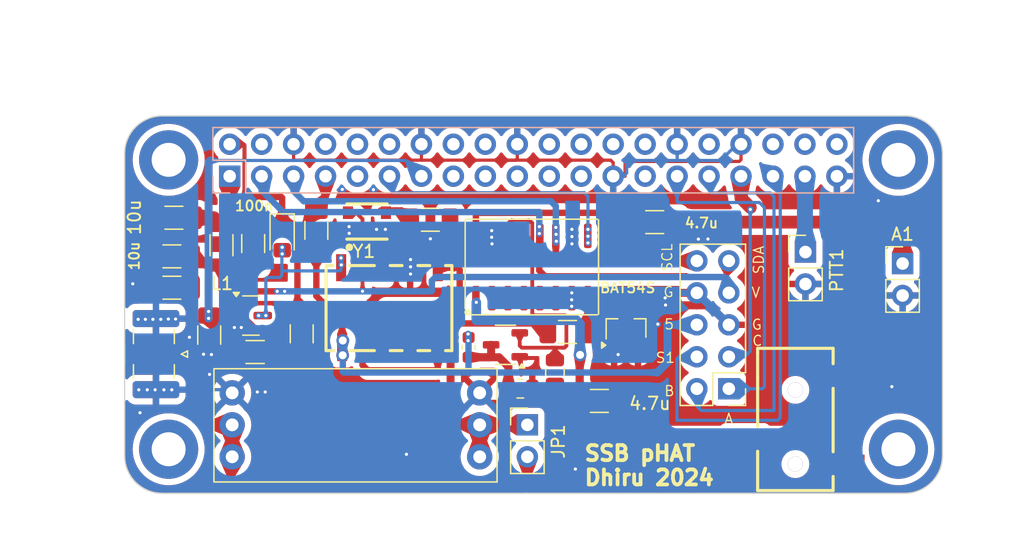
<source format=kicad_pcb>
(kicad_pcb (version 20240225) (generator "pcbnew") (generator_version "8.99")
  (title_block (title "Anavi Infra pHAT") (date "2017-01-21") (company "Anavi Technology"))
  (layers (0 "F.Cu" signal) (31 "B.Cu" signal) (34 "B.Paste" user) (35 "F.Paste" user) (36 "B.SilkS" user "B.Silkscreen") (37 "F.SilkS" user "F.Silkscreen") (38 "B.Mask" user) (39 "F.Mask" user) (44 "Edge.Cuts" user))
  (net 0 "")
  (net 1 "GND")
  (net 2 "+3.3VA")
  (net 3 "Net-(J1-GPIO04_GCLK)")
  (net 8 "RF_OUT1")
  (net 9 "ANTENNA_OUT")
  (net 14 "PTT")
  (net 15 "RX")
  (net 25 "SDA")
  (net 26 "SCL")
  (net 27 "Net-(D2-A)")
  (net 28 "A")
  (net 30 "B")
  (net 31 "C")
  (net 36 "CLK0")
  (net 37 "+3.3V")
  (net 38 "Net-(U2-LOUT{slash}DFS)")
  (net 39 "+5V")
  (net 40 "LEFT")
  (net 41 "S1")
  (net 42 "Net-(D1-COM)")
  (net 43 "RIGHT")
  (net 44 "Net-(U2-ROUT{slash}DOUT)")
  (net 45 "Net-(U2-RCLK)")
  (net 50 "RST")
  (net 52 "ANTENNA_IN")
  (net 55 "PTT_USER")
  (net 57 "Net-(Q1-B)")
  (net 59 "Net-(U1-VI)")
  (net 60 "CLEAN_3.3")
  (footprint "Package_TO_SOT_SMD:SOT-23_Handsoldering" (layer "F.Cu") (at 188.35 91.89 90)
    (property "Reference" "D1" (hide yes))
    (property "Value" "BAT54S")
  )
  (footprint "MountingHole:MountingHole_2.7mm_M2.5_DIN965_Pad" (layer "F.Cu") (at 210 101.5)
    (property "Reference" "H4" (hide yes))
    (property "Value" "MountingHole_Pad" (hide yes))
  )
  (footprint "footprints:OSC-SMD_4P-L3.2-W2.5-BL_1XTV" (layer "F.Cu") (at 167.76 83.4)
    (property "Reference" "Y1")
    (property "Value" "OSCILLATOR" (hide yes))
  )
  (footprint "Capacitor_SMD:C_1206_3216Metric_Pad1.33x1.80mm_HandSolder" (layer "F.Cu") (at 186.23 97.66 180)
    (property "Reference" "C3" (hide yes))
    (property "Value" "4.7u")
  )
  (footprint "Capacitor_SMD:C_1206_3216Metric_Pad1.33x1.80mm_HandSolder" (layer "F.Cu") (at 162.575 92.325 -90)
    (property "Reference" "C10" (hide yes))
    (property "Value" "10u" (hide yes))
  )
  (footprint "Resistor_SMD:R_1206_3216Metric_Pad1.30x1.75mm_HandSolder" (layer "F.Cu") (at 155.225 92.425 -90)
    (property "Reference" "R1" (hide yes))
    (property "Value" "10k" (hide yes))
  )
  (footprint "MountingHole:MountingHole_2.7mm_M2.5_DIN965_Pad" (layer "F.Cu") (at 152 101.5)
    (property "Reference" "H3" (hide yes))
    (property "Value" "MountingHole_Pad" (hide yes))
  )
  (footprint "footprints:RELAY-SMD_HFD4-5-SR" (layer "F.Cu") (at 169.55 90.25)
    (property "Reference" "K1" (hide yes))
    (property "Value" "HFD4/5-S" (hide yes))
  )
  (footprint "Capacitor_SMD:C_1206_3216Metric_Pad1.33x1.80mm_HandSolder" (layer "F.Cu") (at 163.74 84.1 -90)
    (property "Reference" "C1" (hide yes))
    (property "Value" "100n" (hide yes))
  )
  (footprint "PCM_Package_SO_AKL:SOIC-16_3.9x9.9mm_P1.27mm" (layer "F.Cu") (at 180.865 87.015 90)
    (property "Reference" "U2" (hide yes))
    (property "Value" "SI4732-A10-GS" (hide yes))
  )
  (footprint "Connector_PinHeader_2.54mm:PinHeader_1x02_P2.54mm_Vertical" (layer "F.Cu") (at 202.61 85.825)
    (property "Reference" "PTT1")
    (property "Value" "Conn_01x02_Pin" (hide yes))
  )
  (footprint "Capacitor_SMD:C_1206_3216Metric_Pad1.33x1.80mm_HandSolder" (layer "F.Cu") (at 152.26 88.66 180)
    (property "Reference" "C7" (hide yes))
    (property "Value" "100n" (hide yes))
  )
  (footprint "MountingHole:MountingHole_2.7mm_M2.5_DIN965_Pad" (layer "F.Cu") (at 152 78.5)
    (property "Reference" "H1" (hide yes))
    (property "Value" "MountingHole_Pad" (hide yes))
  )
  (footprint "Capacitor_SMD:C_1206_3216Metric_Pad1.33x1.80mm_HandSolder" (layer "F.Cu") (at 172.8 83.26 180)
    (property "Reference" "C13" (hide yes))
    (property "Value" "100n")
  )
  (footprint "footprints:AUDIO-SMD_PJ-320B_C2884998_Cut" (layer "F.Cu") (at 201.81 99.18 180)
    (property "Reference" "A2" (hide yes))
    (property "Value" "PJ-320B_SMT" (hide yes))
  )
  (footprint "Capacitor_SMD:C_0805_2012Metric" (layer "F.Cu") (at 179.95 96.69)
    (property "Reference" "C2" (hide yes))
    (property "Value" "1u" (hide yes))
  )
  (footprint "Capacitor_SMD:C_1206_3216Metric_Pad1.33x1.80mm_HandSolder" (layer "F.Cu") (at 152.26 86.17 180)
    (property "Reference" "C5" (hide yes))
    (property "Value" "10u")
  )
  (footprint "footprints:Pluggable-BPF" (layer "F.Cu") (at 167.1 99.43 180)
    (property "Reference" "BPF1" (hide yes))
    (property "Value" "Pluggable SMD BPF (symmetric)" (hide yes))
  )
  (footprint "Inductor_SMD:L_1206_3216Metric" (layer "F.Cu") (at 156.2 85.285 -90)
    (property "Reference" "L1")
    (property "Value" "100uH" (hide yes))
  )
  (footprint "Capacitor_SMD:C_1206_3216Metric_Pad1.33x1.80mm_HandSolder" (layer "F.Cu") (at 183.7 92.18)
    (property "Reference" "C11" (hide yes))
    (property "Value" "10n")
  )
  (footprint "Capacitor_SMD:C_1206_3216Metric_Pad1.33x1.80mm_HandSolder" (layer "F.Cu") (at 152.4175 83.1)
    (property "Reference" "C6" (hide yes))
    (property "Value" "10u")
  )
  (footprint "Inductor_SMD:L_0603_1608Metric" (layer "F.Cu") (at 175.84 93.4025 -90)
    (property "Reference" "L2" (hide yes))
    (property "Value" "100uH" (hide yes))
  )
  (footprint "Package_TO_SOT_SMD:SOT-23" (layer "F.Cu") (at 158.5375 90.875)
    (property "Reference" "Q1" (hide yes))
    (property "Value" "MMBT3904" (hide yes))
  )
  (footprint "Connector_PinHeader_2.54mm:PinHeader_2x05_P2.54mm_Vertical" (layer "F.Cu") (at 196.52 96.69 180)
    (property "Reference" "ES1" (hide yes))
    (property "Value" "ESC" (hide yes))
  )
  (footprint "Capacitor_SMD:C_1206_3216Metric_Pad1.33x1.80mm_HandSolder" (layer "F.Cu") (at 158.72 85.15 90)
    (property "Reference" "C4" (hide yes))
    (property "Value" "100n")
  )
  (footprint "Diode_SMD:D_0805_2012Metric_Pad1.15x1.40mm_HandSolder" (layer "F.Cu") (at 161.02 84.655 -90)
    (property "Reference" "D2" (hide yes))
    (property "Value" "CD4148WS" (hide yes))
  )
  (footprint "Connector_Coaxial:SMA_Samtec_SMA-J-P-H-ST-EM1_EdgeMount" (layer "F.Cu") (at 150.7425 93.94 180)
    (property "Reference" "J3" (hide yes))
    (property "Value" "Conn_Coaxial" (hide yes))
  )
  (footprint "Resistor_SMD:R_1206_3216Metric_Pad1.30x1.75mm_HandSolder" (layer "F.Cu") (at 158.875 93.775)
    (property "Reference" "R2" (hide yes))
    (property "Value" "470" (hide yes))
  )
  (footprint "Capacitor_SMD:C_0805_2012Metric" (layer "F.Cu") (at 182.7 95.36 -90)
    (property "Reference" "C8" (hide yes))
    (property "Value" "1u" (hide yes))
  )
  (footprint "Connector_PinHeader_2.54mm:PinHeader_1x02_P2.54mm_Vertical" (layer "F.Cu") (at 210.33 86.74)
    (property "Reference" "A1")
    (property "Value" "Conn_01x02_Pin" (hide yes))
  )
  (footprint "MountingHole:MountingHole_2.7mm_M2.5_DIN965_Pad" (layer "F.Cu") (at 210 78.5)
    (property "Reference" "H2" (hide yes))
    (property "Value" "MountingHole_Pad" (hide yes))
  )
  (footprint "Capacitor_SMD:C_1206_3216Metric_Pad1.33x1.80mm_HandSolder" (layer "F.Cu") (at 190.63 83.45)
    (property "Reference" "C12" (hide yes))
    (property "Value" "4.7u")
  )
  (footprint "Package_TO_SOT_SMD:SOT-23-3" (layer "F.Cu") (at 178.7675 93.2 180)
    (property "Reference" "U1" (hide yes))
    (property "Value" "XC6206PxxxMR" (hide yes))
  )
  (footprint "Connector_PinHeader_2.54mm:PinHeader_1x02_P2.54mm_Vertical" (layer "F.Cu") (at 180.51 99.56)
    (property "Reference" "JP1")
    (property "Value" "Jumper_2_Open" (hide yes))
  )
  (footprint "footprints:PinSocket_2x20_P2.54mm_Vertical_Modded" (layer "B.Cu") (at 156.85 79.8 -90)
    (property "Reference" "J1" (hide yes))
    (property "Value" "RPi_GPIO" (hide yes))
  )
  (gr_arc (start 213.5011 102.0036) (mid 212.62242 104.12492) (end 210.5011 105.0036) (stroke (width 0.1)) (layer "Edge.Cuts"))
  (gr_line (start 213.5011 78.0036) (end 213.5011 102.0036) (stroke (width 0.1)) (layer "Edge.Cuts"))
  (gr_line (start 151.5011 75.0036) (end 210.5011 75.0036) (stroke (width 0.1)) (layer "Edge.Cuts"))
  (gr_arc (start 210.5011 75.0036) (mid 212.62242 75.88228) (end 213.5011 78.0036) (stroke (width 0.1)) (layer "Edge.Cuts"))
  (gr_arc (start 148.5011 78.0036) (mid 149.37978 75.88228) (end 151.5011 75.0036) (stroke (width 0.1)) (layer "Edge.Cuts"))
  (gr_arc (start 151.5011 105.0036) (mid 149.37978 104.12492) (end 148.5011 102.0036) (stroke (width 0.1)) (layer "Edge.Cuts"))
  (gr_line (start 210.5011 105.0036) (end 151.5011 105.0036) (stroke (width 0.1)) (layer "Edge.Cuts"))
  (gr_line (start 148.5011 102.0036) (end 148.5011 78.0036) (stroke (width 0.1)) (layer "Edge.Cuts"))
  (gr_text "SDA" (at 199.37 87.65 90) (layer "F.SilkS") (effects (font (size 0.8 0.8) (thickness 0.1)) (justify left bottom)))
  (gr_text "V" (at 198.26 89.52 0) (layer "F.SilkS") (effects (font (size 0.8 0.8) (thickness 0.1)) (justify left bottom)))
  (gr_text "B" (at 191.33 97.34 0) (layer "F.SilkS") (effects (font (size 0.8 0.8) (thickness 0.1)) (justify left bottom)))
  (gr_text "G" (at 198.28 92.06 0) (layer "F.SilkS") (effects (font (size 0.8 0.8) (thickness 0.1)) (justify left bottom)))
  (gr_text "SCL" (at 192.09 87.43 90) (layer "F.SilkS") (effects (font (size 0.8 0.8) (thickness 0.1)) (justify left bottom)))
  (gr_text "A" (at 196.11 99.55 0) (layer "F.SilkS") (effects (font (size 0.8 0.8) (thickness 0.1)) (justify left bottom)))
  (gr_text "S1" (at 190.65 94.69 0) (layer "F.SilkS") (effects (font (size 0.8 0.8) (thickness 0.1)) (justify left bottom)))
  (gr_text "G\n" (at 191.26 89.47 0) (layer "F.SilkS") (effects (font (size 0.8 0.8) (thickness 0.1)) (justify left bottom)))
  (gr_text "5" (at 191.33 92.04 0) (layer "F.SilkS") (effects (font (size 0.8 0.8) (thickness 0.1)) (justify left bottom)))
  (gr_text "SSB pHAT\nDhiru 2024" (at 184.91 104.46 0) (layer "F.SilkS") (effects (font (size 1.2 1.2) (thickness 0.3) (bold yes)) (justify left bottom)))
  (gr_text "C" (at 198.32 93.35 0) (layer "F.SilkS") (effects (font (size 0.8 0.8) (thickness 0.1)) (justify left bottom)))
  (segment (start 180.9 96.69) (end 180.9 97.56) (width 0.508) (layer "F.Cu") (net 1))
  (segment (start 197.49 75.93) (end 197.49 77.26) (width 0.254) (layer "F.Cu") (net 1))
  (segment (start 159.605 97.02) (end 159.675 96.95) (width 0.254) (layer "F.Cu") (net 1))
  (segment (start 158.23 84.83) (end 150.6975 84.83) (width 0.508) (layer "F.Cu") (net 1))
  (segment (start 192.325 78.625) (end 192.41 78.54) (width 0.254) (layer "F.Cu") (net 1))
  (segment (start 180.9 96.69) (end 182.32 96.69) (width 0.508) (layer "F.Cu") (net 1))
  (segment (start 167.8 78.525) (end 172.15 78.525) (width 0.254) (layer "F.Cu") (net 1))
  (segment (start 162.24 75.55) (end 163.88 75.55) (width 0.254) (layer "F.Cu") (net 1))
  (segment (start 172.09 78.465) (end 172.15 78.525) (width 0.254) (layer "F.Cu") (net 1))
  (segment (start 172.04 75.55) (end 172.09 75.6) (width 0.254) (layer "F.Cu") (net 1))
  (segment (start 163.88 75.55) (end 172.04 75.55) (width 0.254) (layer "F.Cu") (net 1))
  (segment (start 187.22 75.68) (end 191.15 75.68) (width 0.254) (layer "F.Cu") (net 1))
  (segment (start 192.4 75.68) (end 192.41 75.69) (width 0.254) (layer "F.Cu") (net 1))
  (segment (start 188.275 78.65) (end 188.3 78.625) (width 0.254) (layer "F.Cu") (net 1))
  (segment (start 182.32 96.69) (end 182.7 96.31) (width 0.508) (layer "F.Cu") (net 1))
  (segment (start 193.98 90.05) (end 193.97 90.06) (width 0.635) (layer "F.Cu") (net 1))
  (segment (start 197.49 77.26) (end 197.49 78.485) (width 0.254) (layer "F.Cu") (net 1))
  (segment (start 192.41 78.54) (end 192.41 77.26) (width 0.254) (layer "F.Cu") (net 1))
  (segment (start 150.6975 84.83) (end 150.6975 83.2575) (width 0.508) (layer "F.Cu") (net 1))
  (segment (start 194.97 90.06) (end 196.52 91.61) (width 0.635) (layer "F.Cu") (net 1))
  (segment (start 179.71 77.26) (end 179.71 78.39) (width 0.254) (layer "F.Cu") (net 1))
  (segment (start 180.6586 97.8214) (end 177.5214 97.8214) (width 0.508) (layer "F.Cu") (net 1))
  (segment (start 191.47 89.16) (end 191.56 89.07) (width 0.635) (layer "F.Cu") (net 1))
  (segment (start 179 78.525) (end 179.575 78.525) (width 0.254) (layer "F.Cu") (net 1))
  (segment (start 193.98 89.07) (end 193.98 90.05) (width 0.635) (layer "F.Cu") (net 1))
  (segment (start 191.56 89.07) (end 193.98 89.07) (width 0.635) (layer "F.Cu") (net 1))
  (segment (start 191.47 90.06) (end 191.47 89.16) (width 0.635) (layer "F.Cu") (net 1))
  (segment (start 187.33 79.8) (end 188.275 79.8) (width 0.254) (layer "F.Cu") (net 1))
  (segment (start 191.47 90.06) (end 193.97 90.06) (width 0.635) (layer "F.Cu") (net 1))
  (segment (start 171.37 84.775) (end 171.65 84.775) (width 0.254) (layer "F.Cu") (net 1))
  (segment (start 162.24 75.55) (end 161.93 75.86) (width 0.254) (layer "F.Cu") (net 1))
  (segment (start 171.225 87.575) (end 171.225 84.92) (width 0.254) (layer "F.Cu") (net 1))
  (segment (start 158.72 85.32) (end 158.23 84.83) (width 0.508) (layer "F.Cu") (net 1))
  (segment (start 191.15 75.68) (end 192.4 75.68) (width 0.254) (layer "F.Cu") (net 1))
  (segment (start 188.3 78.625) (end 191.85 78.625) (width 0.254) (layer "F.Cu") (net 1))
  (segment (start 150.6975 88.66) (end 150.6975 84.83) (width 0.508) (layer "F.Cu") (net 1))
  (segment (start 161.93 78.455) (end 161.93 77.26) (width 0.254) (layer "F.Cu") (net 1))
  (segment (start 172.8 84.775) (end 171.65 84.775) (width 0.254) (layer "F.Cu") (net 1))
  (segment (start 180.91 97.57) (end 180.6586 97.8214) (width 0.508) (layer "F.Cu") (net 1))
  (segment (start 180.04 75.68) (end 187.22 75.68) (width 0.254) (layer "F.Cu") (net 1))
  (segment (start 191.85 78.625) (end 192.325 78.625) (width 0.254) (layer "F.Cu") (net 1))
  (segment (start 179 78.525) (end 187.13 78.525) (width 0.254) (layer "F.Cu") (net 1))
  (segment (start 172.09 77.26) (end 172.09 78.465) (width 0.254) (layer "F.Cu") (net 1))
  (segment (start 161.93 75.86) (end 161.93 77.26) (width 0.254) (layer "F.Cu") (net 1))
  (segment (start 192.4 75.68) (end 197.24 75.68) (width 0.254) (layer "F.Cu") (net 1))
  (segment (start 158.72 86.7125) (end 158.72 85.32) (width 0.508) (layer "F.Cu") (net 1))
  (segment (start 191.85 78.625) (end 197.35 78.625) (width 0.254) (layer "F.Cu") (net 1))
  (segment (start 177.5214 97.8214) (end 176.72 97.02) (width 0.508) (layer "F.Cu") (net 1))
  (segment (start 179.71 76.01) (end 180.04 75.68) (width 0.254) (layer "F.Cu") (net 1))
  (segment (start 162 78.525) (end 167.8 78.525) (width 0.254) (layer "F.Cu") (net 1))
  (segment (start 197.49 78.485) (end 197.35 78.625) (width 0.254) (layer "F.Cu") (net 1))
  (segment (start 188.275 79.8) (end 188.275 78.65) (width 0.254) (layer "F.Cu") (net 1))
  (segment (start 187.13 78.525) (end 187.33 78.725) (width 0.254) (layer "F.Cu") (net 1))
  (segment (start 193.97 90.06) (end 194.97 90.06) (width 0.635) (layer "F.Cu") (net 1))
  (segment (start 172.15 78.525) (end 179 78.525) (width 0.254) (layer "F.Cu") (net 1))
  (segment (start 180.9 97.56) (end 180.91 97.57) (width 0.508) (layer "F.Cu") (net 1))
  (segment (start 187.33 78.725) (end 187.33 79.8) (width 0.254) (layer "F.Cu") (net 1))
  (segment (start 172.09 75.6) (end 172.09 77.26) (width 0.254) (layer "F.Cu") (net 1))
  (segment (start 192.41 75.69) (end 192.41 77.26) (width 0.254) (layer "F.Cu") (net 1))
  (segment (start 162 78.525) (end 161.93 78.455) (width 0.254) (layer "F.Cu") (net 1))
  (segment (start 171.225 84.92) (end 171.37 84.775) (width 0.254) (layer "F.Cu") (net 1))
  (segment (start 179.71 77.26) (end 179.71 76.01) (width 0.254) (layer "F.Cu") (net 1))
  (segment (start 197.24 75.68) (end 197.49 75.93) (width 0.254) (layer "F.Cu") (net 1))
  (segment (start 179.71 78.39) (end 179.575 78.525) (width 0.254) (layer "F.Cu") (net 1))
  (via (at 150.15 91.175) (size 0.508) (drill 0.254) (layers "F.Cu" "B.Cu") (net 1))
  (via (at 184.05 84.6) (size 0.508) (drill 0.254) (layers "F.Cu" "B.Cu") (net 1))
  (via (at 154.775 93.95) (size 0.508) (drill 0.254) (layers "F.Cu" "B.Cu") (net 1))
  (via (at 172.8 84.775) (size 0.508) (drill 0.254) (layers "F.Cu" "B.Cu") (net 1))
  (via (at 177.675 84.125) (size 0.508) (drill 0.254) (layers "F.Cu" "B.Cu") (net 1))
  (via (at 155.4 93.975) (size 0.508) (drill 0.254) (layers "F.Cu" "B.Cu") (net 1))
  (via (at 150.925 96.775) (size 0.508) (drill 0.254) (layers "F.Cu" "B.Cu") (net 1))
  (via (at 177.7 85.175) (size 0.508) (drill 0.254) (layers "F.Cu" "B.Cu") (net 1))
  (via (at 157.225 91.825) (size 0.508) (drill 0.254) (layers "F.Cu" "B.Cu") (net 1))
  (via (at 149.15 88.35) (size 0.508) (drill 0.254) (layers "F.Cu" "B.Cu") (net 1))
  (via (at 149.625 96.775) (size 0.508) (drill 0.254) (layers "F.Cu" "B.Cu") (net 1))
  (via (at 191.46 89.47) (size 0.508) (drill 0.254) (layers "F.Cu" "B.Cu") (net 1))
  (via (at 184.05 84.025) (size 0.508) (drill 0.254) (layers "F.Cu" "B.Cu") (net 1))
  (via (at 168.525 84.025) (size 0.508) (drill 0.254) (layers "F.Cu" "B.Cu") (net 1))
  (via (at 184.325 103.075) (size 0.508) (drill 0.254) (layers "F.Cu" "B.Cu") (net 1))
  (via (at 155.25 95.55) (size 0.508) (drill 0.254) (layers "F.Cu" "B.Cu") (net 1))
  (via (at 177.675 84.65) (size 0.508) (drill 0.254) (layers "F.Cu" "B.Cu") (net 1))
  (via (at 153.65 92.6) (size 0.508) (drill 0.254) (layers "F.Cu" "B.Cu") (net 1))
  (via (at 165.8 80.85) (size 0.508) (drill 0.254) (layers "F.Cu" "B.Cu") (net 1))
  (via (at 150.3 96.775) (size 0.508) (drill 0.254) (layers "F.Cu" "B.Cu") (net 1))
  (via (at 151.375 91.175) (size 0.508) (drill 0.254) (layers "F.Cu" "B.Cu") (net 1))
  (via (at 150.75 91.175) (size 0.508) (drill 0.254) (layers "F.Cu" "B.Cu") (net 1))
  (via (at 152.25 96.775) (size 0.508) (drill 0.254) (layers "F.Cu" "B.Cu") (net 1))
  (via (at 191.49 90.04) (size 0.508) (drill 0.254) (layers "F.Cu" "B.Cu") (net 1))
  (via (at 171.225 86.425) (size 0.508) (drill 0.254) (layers "F.Cu" "B.Cu") (net 1))
  (via (at 171.225 87.575) (size 0.508) (drill 0.254) (layers "F.Cu" "B.Cu") (net 1))
  (via (at 184.04 89.07) (size 0.508) (drill 0.254) (layers "F.Cu" "B.Cu") (net 1))
  (via (at 209.475 96.525) (size 0.508) (drill 0.254) (layers "F.Cu" "B.Cu") (net 1))
  (via (at 149.725 98.6) (size 0.508) (drill 0.254) (layers "F.Cu" "B.Cu") (net 1))
  (via (at 159.675 96.95) (size 0.508) (drill 0.254) (layers "F.Cu" "B.Cu") (net 1))
  (via (at 166.34 83.81) (size 0.508) (drill 0.254) (layers "F.Cu" "B.Cu") (net 1))
  (via (at 171.225 87) (size 0.508) (drill 0.254) (layers "F.Cu" "B.Cu") (net 1))
  (via (at 169.225 84.025) (size 0.508) (drill 0.254) (layers "F.Cu" "B.Cu") (net 1))
  (via (at 184.03 89.62) (size 0.508) (drill 0.254) (layers "F.Cu" "B.Cu") (net 1))
  (via (at 149.575 91.175) (size 0.508) (drill 0.254) (layers "F.Cu" "B.Cu") (net 1))
  (via (at 194.86 84.79) (size 0.508) (drill 0.254) (layers "F.Cu" "B.Cu") (net 1))
  (via (at 157.775 91.825) (size 0.508) (drill 0.254) (layers "F.Cu" "B.Cu") (net 1))
  (via (at 184.03 90.14) (size 0.508) (drill 0.254) (layers "F.Cu" "B.Cu") (net 1))
  (via (at 190.88 91.56) (size 0.508) (drill 0.254) (layers "F.Cu" "B.Cu") (net 1))
  (via (at 151.975 91.15) (size 0.508) (drill 0.254) (layers "F.Cu" "B.Cu") (net 1))
  (via (at 184.05 85.175) (size 0.508) (drill 0.254) (layers "F.Cu" "B.Cu") (net 1))
  (via (at 194.1 84.8) (size 0.508) (drill 0.254) (layers "F.Cu" "B.Cu") (net 1))
  (via (at 151.625 96.775) (size 0.508) (drill 0.254) (layers "F.Cu" "B.Cu") (net 1))
  (via (at 152.55 91.15) (size 0.508) (drill 0.254) (layers "F.Cu" "B.Cu") (net 1))
  (via (at 170.9 101.9) (size 0.508) (drill 0.254) (layers "F.Cu" "B.Cu") (net 1))
  (via (at 187.725 93.975) (size 0.508) (drill 0.254) (layers "F.Cu" "B.Cu") (net 1))
  (via (at 159.05 96.95) (size 0.508) (drill 0.254) (layers "F.Cu" "B.Cu") (net 1))
  (via (at 166.35 84.34) (size 0.508) (drill 0.254) (layers "F.Cu" "B.Cu") (net 1))
  (via (at 168.275 80.875) (size 0.508) (drill 0.254) (layers "F.Cu" "B.Cu") (net 1))
  (via (at 208.4 81.75) (size 0.508) (drill 0.254) (layers "F.Cu" "B.Cu") (net 1))
  (segment (start 188.4 78.725) (end 188.575 78.55) (width 0.254) (layer "B.Cu") (net 1))
  (segment (start 166.665 84.025) (end 166.35 84.34) (width 0.254) (layer "B.Cu") (net 1))
  (segment (start 166.36 84.03) (end 166.36 84.37) (width 0.3) (layer "B.Cu") (net 1))
  (segment (start 166.555 84.025) (end 166.34 83.81) (width 0.254) (layer "B.Cu") (net 1))
  (segment (start 169.75 84.1) (end 169.75 85.9) (width 0.254) (layer "B.Cu") (net 1))
  (segment (start 188.4 79.55) (end 188.4 78.725) (width 0.254) (layer "B.Cu") (net 1))
  (segment (start 171.225 87) (end 171.225 87.575) (width 0.254) (layer "B.Cu") (net 1))
  (segment (start 192.41 78.46) (end 192.5 78.55) (width 0.254) (layer "B.Cu") (net 1))
  (segment (start 169.675 84.025) (end 169.75 84.1) (width 0.254) (layer "B.Cu") (net 1))
  (segment (start 192.5 78.55) (end 195.875264 78.55) (width 0.254) (layer "B.Cu") (net 1))
  (segment (start 188.15 79.8) (end 188.4 79.55) (width 0.254) (layer "B.Cu") (net 1))
  (segment (start 166.34 83.81) (end 166.34 84.33) (width 0.3) (layer "B.Cu") (net 1))
  (segment (start 169.675 84.025) (end 166.7 84.025) (width 0.254) (layer "B.Cu") (net 1))
  (segment (start 188.575 78.55) (end 192.5 78.55) (width 0.254) (layer "B.Cu") (net 1))
  (segment (start 192.41 77.26) (end 192.41 78.46) (width 0.254) (layer "B.Cu") (net 1))
  (segment (start 171 85.9) (end 171.225 86.125) (width 0.254) (layer "B.Cu") (net 1))
  (segment (start 169.75 85.9) (end 171 85.9) (width 0.254) (layer "B.Cu") (net 1))
  (segment (start 195.875264 78.55) (end 197.165264 77.26) (width 0.254) (layer "B.Cu") (net 1))
  (segment (start 150.9925 96.765) (end 156.795 96.765) (width 0.254) (layer "B.Cu") (net 1))
  (segment (start 171.225 86.125) (end 171.225 86.425) (width 0.254) (layer "B.Cu") (net 1))
  (segment (start 166.34 84.33) (end 166.35 84.34) (width 0.3) (layer "B.Cu") (net 1))
  (segment (start 166.7 84.025) (end 166.665 84.025) (width 0.254) (layer "B.Cu") (net 1))
  (segment (start 196.52 91.61) (end 193.98 89.07) (width 0.635) (layer "B.Cu") (net 1))
  (segment (start 171.225 86.425) (end 171.225 87) (width 0.254) (layer "B.Cu") (net 1))
  (segment (start 187.33 79.8) (end 188.15 79.8) (width 0.254) (layer "B.Cu") (net 1))
  (segment (start 166.7 84.025) (end 166.555 84.025) (width 0.254) (layer "B.Cu") (net 1))
  (segment (start 169.675 84.025) (end 168.525 84.025) (width 0.254) (layer "B.Cu") (net 1))
  (segment (start 156.85 79.8) (end 156.85 83.675) (width 0.889) (layer "F.Cu") (net 2))
  (segment (start 156.2 83.71) (end 158.5975 83.71) (width 1.016) (layer "F.Cu") (net 2))
  (segment (start 155.59 83.1) (end 156.2 83.71) (width 1.016) (layer "F.Cu") (net 2))
  (segment (start 153.98 83.1) (end 155.59 83.1) (width 1.016) (layer "F.Cu") (net 2))
  (segment (start 162.84 83.535) (end 164.47 81.905) (width 0.508) (layer "F.Cu") (net 3))
  (segment (start 164.47 81.905) (end 164.47 79.8) (width 0.508) (layer "F.Cu") (net 3))
  (segment (start 167.41 94.81) (end 167.825 95.225) (width 0.508) (layer "F.Cu") (net 8))
  (segment (start 167.825 95.225) (end 173.225 95.225) (width 0.508) (layer "F.Cu") (net 8))
  (segment (start 163.74 89.325) (end 164.645 90.23) (width 0.508) (layer "F.Cu") (net 8))
  (segment (start 167.41 90.54) (end 167.41 94.81) (width 0.508) (layer "F.Cu") (net 8))
  (segment (start 167.1 90.23) (end 167.41 90.54) (width 0.508) (layer "F.Cu") (net 8))
  (segment (start 163.74 85.6625) (end 163.74 89.325) (width 0.508) (layer "F.Cu") (net 8))
  (segment (start 173.39 95.06) (end 173.39 93.42) (width 0.508) (layer "F.Cu") (net 8))
  (segment (start 173.225 95.225) (end 173.39 95.06) (width 0.508) (layer "F.Cu") (net 8))
  (segment (start 164.645 90.23) (end 167.1 90.23) (width 0.508) (layer "F.Cu") (net 8))
  (segment (start 157.05 99.56) (end 154.68 99.56) (width 0.508) (layer "F.Cu") (net 9))
  (segment (start 157.05 99.56) (end 157.05 102.1) (width 0.508) (layer "F.Cu") (net 9))
  (segment (start 180.39 103.91) (end 180.43 103.95) (width 0.508) (layer "F.Cu") (net 9))
  (segment (start 157.05 103.7) (end 156.84 103.91) (width 0.508) (layer "F.Cu") (net 9))
  (segment (start 154.41 96.6) (end 151.75 93.94) (width 0.508) (layer "F.Cu") (net 9))
  (segment (start 154.41 99.29) (end 154.41 96.6) (width 0.508) (layer "F.Cu") (net 9))
  (segment (start 156.84 103.91) (end 180.39 103.91) (width 0.508) (layer "F.Cu") (net 9))
  (segment (start 180.43 103.95) (end 180.51 103.87) (width 0.508) (layer "F.Cu") (net 9))
  (segment (start 154.68 99.56) (end 154.41 99.29) (width 0.508) (layer "F.Cu") (net 9))
  (segment (start 180.51 103.87) (end 180.51 102.1) (width 0.508) (layer "F.Cu") (net 9))
  (segment (start 157.05 102.1) (end 157.05 103.7) (width 0.508) (layer "F.Cu") (net 9))
  (segment (start 155.225 91.675) (end 157.325 93.775) (width 0.254) (layer "F.Cu") (net 14))
  (segment (start 155.225 90.875) (end 155.225 91.675) (width 0.254) (layer "F.Cu") (net 14))
  (via (at 155.175 90.55) (size 0.508) (drill 0.254) (layers "F.Cu" "B.Cu") (net 14))
  (via (at 155.175 91.1) (size 0.508) (drill 0.254) (layers "F.Cu" "B.Cu") (net 14))
  (segment (start 155.33 78.55) (end 155.175 78.55) (width 0.254) (layer "B.Cu") (net 14))
  (segment (start 172.09 79.8) (end 170.84 78.55) (width 0.254) (layer "B.Cu") (net 14))
  (segment (start 170.84 78.55) (end 155.33 78.55) (width 0.254) (layer "B.Cu") (net 14))
  (segment (start 155.175 78.705) (end 155.33 78.55) (width 0.635) (layer "B.Cu") (net 14))
  (segment (start 155.175 91.1) (end 155.175 78.705) (width 0.635) (layer "B.Cu") (net 14))
  (segment (start 175.13 91.43) (end 175.2 91.5) (width 0.508) (layer "F.Cu") (net 15))
  (segment (start 175.13 87.25) (end 175.13 90.16) (width 0.508) (layer "F.Cu") (net 15))
  (segment (start 173.89 87.07) (end 174.64 87.07) (width 0.508) (layer "F.Cu") (net 15))
  (segment (start 175.2 91.5) (end 181.4575 91.5) (width 0.508) (layer "F.Cu") (net 15))
  (segment (start 174.64 87.07) (end 174.69 87.12) (width 0.508) (layer "F.Cu") (net 15))
  (segment (start 181.4575 91.5) (end 182.1375 92.18) (width 0.508) (layer "F.Cu") (net 15))
  (segment (start 175.13 90.16) (end 169.31 90.16) (width 0.508) (layer "F.Cu") (net 15))
  (segment (start 173.89 87.07) (end 174.95 87.07) (width 0.508) (layer "F.Cu") (net 15))
  (segment (start 168.99 90.48) (end 168.99 93.42) (width 0.508) (layer "F.Cu") (net 15))
  (segment (start 173.39 87.07) (end 173.89 87.07) (width 0.508) (layer "F.Cu") (net 15))
  (segment (start 175.13 90.16) (end 175.13 91.43) (width 0.508) (layer "F.Cu") (net 15))
  (segment (start 169.31 90.16) (end 168.99 90.48) (width 0.508) (layer "F.Cu") (net 15))
  (segment (start 174.95 87.07) (end 175.13 87.25) (width 0.508) (layer "F.Cu") (net 15))
  (segment (start 193.1244 87.7544) (end 193.13 87.76) (width 0.508) (layer "F.Cu") (net 25))
  (segment (start 181.46 83.81) (end 181.46 87.2944) (width 0.508) (layer "F.Cu") (net 25))
  (segment (start 196.52 86.53) (end 196.52 87.51) (width 0.254) (layer "F.Cu") (net 25))
  (segment (start 193.1356 87.7544) (end 193.13 87.76) (width 0.254) (layer "F.Cu") (net 25))
  (segment (start 181.92 87.7544) (end 193.1244 87.7544) (width 0.508) (layer "F.Cu") (net 25))
  (segment (start 181.46 87.2944) (end 181.92 87.7544) (width 0.508) (layer "F.Cu") (net 25))
  (segment (start 196.2756 87.7544) (end 193.1356 87.7544) (width 0.254) (layer "F.Cu") (net 25))
  (segment (start 196.52 87.51) (end 196.2756 87.7544) (width 0.254) (layer "F.Cu") (net 25))
  (via (at 181.46 83.81) (size 0.508) (drill 0.254) (layers "F.Cu" "B.Cu") (net 25))
  (via (at 181.46 84.36) (size 0.508) (drill 0.254) (layers "F.Cu" "B.Cu") (net 25))
  (segment (start 159.39 79.8) (end 159.39 80.93) (width 0.508) (layer "B.Cu") (net 25))
  (segment (start 181.46 82.65) (end 181.46 83.87) (width 0.508) (layer "B.Cu") (net 25))
  (segment (start 161.11 82.65) (end 181.46 82.65) (width 0.508) (layer "B.Cu") (net 25))
  (segment (start 159.39 80.93) (end 161.11 82.65) (width 0.508) (layer "B.Cu") (net 25))
  (segment (start 181.46 83.87) (end 181.46 84.38) (width 0.508) (layer "B.Cu") (net 25))
  (segment (start 183.11 86.53) (end 183.06 86.53) (width 0.254) (layer "F.Cu") (net 26))
  (segment (start 183.79 86.53) (end 183.11 86.53) (width 0.508) (layer "F.Cu") (net 26))
  (segment (start 182.94 86.53) (end 183.06 86.53) (width 0.254) (layer "F.Cu") (net 26))
  (segment (start 193.98 86.53) (end 183.79 86.53) (width 0.508) (layer "F.Cu") (net 26))
  (segment (start 183.79 86.53) (end 182.94 86.53) (width 0.508) (layer "F.Cu") (net 26))
  (segment (start 182.94 86.53) (end 182.77 86.36) (width 0.508) (layer "F.Cu") (net 26))
  (segment (start 182.77 86.36) (end 182.77 83.87) (width 0.508) (layer "F.Cu") (net 26))
  (via (at 182.79 84.42) (size 0.508) (drill 0.254) (layers "F.Cu" "B.Cu") (net 26))
  (via (at 182.77 83.87) (size 0.508) (drill 0.254) (layers "F.Cu" "B.Cu") (net 26))
  (via (at 182.81 84.97) (size 0.508) (drill 0.254) (layers "F.Cu" "B.Cu") (net 26))
  (segment (start 182.77 82.18) (end 182.77 83.87) (width 0.508) (layer "B.Cu") (net 26))
  (segment (start 162.2 81.25) (end 162.74 81.79) (width 0.508) (layer "B.Cu") (net 26))
  (segment (start 161.93 79.8) (end 161.93 80.98) (width 0.508) (layer "B.Cu") (net 26))
  (segment (start 161.93 80.98) (end 162.2 81.25) (width 0.508) (layer "B.Cu") (net 26))
  (segment (start 182.77 83.87) (end 182.77 85.07) (width 0.508) (layer "B.Cu") (net 26))
  (segment (start 182.38 81.79) (end 182.77 82.18) (width 0.508) (layer "B.Cu") (net 26))
  (segment (start 162.74 81.79) (end 182.38 81.79) (width 0.508) (layer "B.Cu") (net 26))
  (via (at 159.15 90.875) (size 0.508) (drill 0.254) (layers "F.Cu" "B.Cu") (net 27))
  (via (at 165.725 86.85) (size 0.508) (drill 0.254) (layers "F.Cu" "B.Cu") (net 27))
  (via (at 161.025 85.45) (size 0.508) (drill 0.254) (layers "F.Cu" "B.Cu") (net 27))
  (via (at 165.7 86.3) (size 0.508) (drill 0.254) (layers "F.Cu" "B.Cu") (net 27))
  (via (at 159.725 90.875) (size 0.508) (drill 0.254) (layers "F.Cu" "B.Cu") (net 27))
  (via (at 161.025 85.975) (size 0.508) (drill 0.254) (layers "F.Cu" "B.Cu") (net 27))
  (segment (start 165.625 87.325) (end 165.65 87.3) (width 0.254) (layer "B.Cu") (net 27))
  (segment (start 159.725 90.875) (end 159.725 87.975) (width 0.254) (layer "B.Cu") (net 27))
  (segment (start 165.65 87.3) (end 165.7 87.25) (width 0.254) (layer "B.Cu") (net 27))
  (segment (start 165.7 87.25) (end 165.7 86.3) (width 0.254) (layer "B.Cu") (net 27))
  (segment (start 161 87.325) (end 161 85.45) (width 0.254) (layer "B.Cu") (net 27))
  (segment (start 160.825 87.85) (end 161 87.675) (width 0.254) (layer "B.Cu") (net 27))
  (segment (start 159.85 87.85) (end 160.825 87.85) (width 0.254) (layer "B.Cu") (net 27))
  (segment (start 161 87.325) (end 165.625 87.325) (width 0.254) (layer "B.Cu") (net 27))
  (segment (start 159.15 90.875) (end 159.725 90.875) (width 0.254) (layer "B.Cu") (net 27))
  (segment (start 159.725 87.975) (end 159.85 87.85) (width 0.254) (layer "B.Cu") (net 27))
  (segment (start 161 87.675) (end 161 87.325) (width 0.254) (layer "B.Cu") (net 27))
  (segment (start 192.41 79.8) (end 192.41 81.8) (width 0.254) (layer "B.Cu") (net 28))
  (segment (start 198.95 81.89) (end 199.35 82.29) (width 0.254) (layer "B.Cu") (net 28))
  (segment (start 192.41 81.8) (end 192.5 81.89) (width 0.254) (layer "B.Cu") (net 28))
  (segment (start 192.5 81.89) (end 198.95 81.89) (width 0.254) (layer "B.Cu") (net 28))
  (segment (start 199.35 82.29) (end 199.35 96.53) (width 0.254) (layer "B.Cu") (net 28))
  (segment (start 199.19 96.69) (end 196.52 96.69) (width 0.254) (layer "B.Cu") (net 28))
  (segment (start 199.35 96.53) (end 199.19 96.69) (width 0.254) (layer "B.Cu") (net 28))
  (segment (start 199.81 81.13) (end 200.11 81.43) (width 0.254) (layer "B.Cu") (net 30))
  (segment (start 194.33 98.42) (end 193.98 98.07) (width 0.254) (layer "B.Cu") (net 30))
  (segment (start 200.11 81.43) (end 200.11 98.4) (width 0.254) (layer "B.Cu") (net 30))
  (segment (start 193.98 98.07) (end 193.98 96.69) (width 0.254) (layer "B.Cu") (net 30))
  (segment (start 194.95 79.8) (end 194.95 80.92) (width 0.254) (layer "B.Cu") (net 30))
  (segment (start 200.09 98.42) (end 194.33 98.42) (width 0.254) (layer "B.Cu") (net 30))
  (segment (start 194.95 80.92) (end 195.16 81.13) (width 0.254) (layer "B.Cu") (net 30))
  (segment (start 195.16 81.13) (end 199.81 81.13) (width 0.254) (layer "B.Cu") (net 30))
  (segment (start 200.11 98.4) (end 200.09 98.42) (width 0.254) (layer "B.Cu") (net 30))
  (segment (start 197.49 81.5416) (end 198.23 82.2816) (width 1.016) (layer "F.Cu") (net 31))
  (segment (start 197.49 79.8) (end 197.49 81.5416) (width 1.016) (layer "F.Cu") (net 31))
  (via (at 198.23 82.44) (size 0.508) (drill 0.254) (layers "F.Cu" "B.Cu") (net 31))
  (segment (start 198.22 93.7) (end 197.77 94.15) (width 0.254) (layer "B.Cu") (net 31))
  (segment (start 197.77 94.15) (end 196.52 94.15) (width 0.254) (layer "B.Cu") (net 31))
  (segment (start 198.22 82.52) (end 198.22 93.7) (width 0.254) (layer "B.Cu") (net 31))
  (segment (start 170.4975 82.52) (end 171.2375 83.26) (width 0.508) (layer "F.Cu") (net 36))
  (segment (start 168.86 82.52) (end 170.4975 82.52) (width 0.508) (layer "F.Cu") (net 36))
  (segment (start 156.2 86.86) (end 154.5125 86.86) (width 0.508) (layer "F.Cu") (net 37))
  (segment (start 166.9 82.7) (end 166.25 82.7) (width 0.3) (layer "F.Cu") (net 37))
  (segment (start 156.2 86.86) (end 156.2 88.78) (width 0.508) (layer "F.Cu") (net 37))
  (segment (start 154.5125 86.86) (end 153.8225 86.17) (width 0.508) (layer "F.Cu") (net 37))
  (segment (start 161.22 88.95) (end 156.37 88.95) (width 0.508) (layer "F.Cu") (net 37))
  (segment (start 156.2 88.78) (end 156.39 88.97) (width 0.508) (layer "F.Cu") (net 37))
  (segment (start 167.41 83.21) (end 166.9 82.7) (width 0.3) (layer "F.Cu") (net 37))
  (segment (start 156.37 88.95) (end 156.2 88.78) (width 0.508) (layer "F.Cu") (net 37))
  (segment (start 153.8225 88.66) (end 153.8225 86.17) (width 0.508) (layer "F.Cu") (net 37))
  (segment (start 167.41 88.94) (end 167.41 83.21) (width 0.3) (layer "F.Cu") (net 37))
  (via (at 167.41 88.94) (size 0.508) (drill 0.254) (layers "F.Cu" "B.Cu") (net 37))
  (via (at 160.63 88.95) (size 0.508) (drill 0.254) (layers "F.Cu" "B.Cu") (net 37))
  (via (at 161.22 88.95) (size 0.508) (drill 0.254) (layers "F.Cu" "B.Cu") (net 37))
  (segment (start 172.92 88.1136) (end 173.22 87.8136) (width 0.508) (layer "B.Cu") (net 37))
  (segment (start 172.87 88.95) (end 172.92 88.9) (width 0.508) (layer "B.Cu") (net 37))
  (segment (start 196.52 88.18) (end 196.52 89.07) (width 0.508) (layer "B.Cu") (net 37))
  (segment (start 173.22 87.8136) (end 196.1536 87.8136) (width 0.508) (layer "B.Cu") (net 37))
  (segment (start 160.63 88.95) (end 172.87 88.95) (width 0.508) (layer "B.Cu") (net 37))
  (segment (start 196.52 89.07) (end 196.52 87.88) (width 0.254) (layer "B.Cu") (net 37))
  (segment (start 196.52 87.88) (end 196.42 87.78) (width 0.254) (layer "B.Cu") (net 37))
  (segment (start 172.92 88.9) (end 172.92 88.1136) (width 0.508) (layer "B.Cu") (net 37))
  (segment (start 196.1536 87.8136) (end 196.52 88.18) (width 0.508) (layer "B.Cu") (net 37))
  (segment (start 184.6675 96.24) (end 184.6675 94.0325) (width 0.635) (layer "F.Cu") (net 38))
  (segment (start 184.6675 94.0325) (end 184.7 94) (width 0.635) (layer "F.Cu") (net 38))
  (segment (start 184.6675 96.24) (end 184.6675 94.7225) (width 0.635) (layer "F.Cu") (net 38))
  (segment (start 184.6675 97.66) (end 184.6675 96.24) (width 0.635) (layer "F.Cu") (net 38))
  (segment (start 184.6675 94.7225) (end 184.67 94.72) (width 0.635) (layer "F.Cu") (net 38))
  (via (at 184.7 94) (size 1.016) (drill 0.635) (layers "F.Cu" "B.Cu") (net 38))
  (via (at 176.45 89.825) (size 0.508) (drill 0.254) (layers "F.Cu" "B.Cu") (net 38))
  (segment (start 184.69 93.99) (end 184.7 94) (width 0.762) (layer "B.Cu") (net 38))
  (segment (start 184.41 91.25) (end 184.69 91.53) (width 0.762) (layer "B.Cu") (net 38))
  (segment (start 176.45 89.825) (end 176.45 91.25) (width 0.762) (layer "B.Cu") (net 38))
  (segment (start 176.45 91.25) (end 184.41 91.25) (width 0.762) (layer "B.Cu") (net 38))
  (segment (start 184.69 92.86) (end 184.69 93.99) (width 0.762) (layer "B.Cu") (net 38))
  (segment (start 184.69 91.53) (end 184.69 92.86) (width 0.762) (layer "B.Cu") (net 38))
  (segment (start 161.02 83.63) (end 161.02 81.52) (width 0.508) (layer "F.Cu") (net 39))
  (segment (start 161.02 83.63) (end 162 83.63) (width 0.508) (layer "F.Cu") (net 39))
  (segment (start 158.21 81.45) (end 158.04 81.28) (width 0.508) (layer "F.Cu") (net 39))
  (segment (start 157.96 77.26) (end 158.015 77.315) (width 0.3) (layer "F.Cu") (net 39))
  (segment (start 157.96 77.26) (end 156.85 77.26) (width 0.3) (layer "F.Cu") (net 39))
  (segment (start 163.76 90.945) (end 163.175 90.945) (width 0.508) (layer "F.Cu") (net 39))
  (segment (start 158.04 81.28) (end 158.04 77.34) (width 0.3) (layer "F.Cu") (net 39))
  (segment (start 165.79 91.91) (end 165.79 93.99) (width 0.508) (layer "F.Cu") (net 39))
  (segment (start 158.015 77.315) (end 158.015 81.255) (width 0.3) (layer "F.Cu") (net 39))
  (segment (start 163.76 90.945) (end 165.225 90.945) (width 0.508) (layer "F.Cu") (net 39))
  (segment (start 158.04 77.34) (end 157.96 77.26) (width 0.3) (layer "F.Cu") (net 39))
  (segment (start 162.7575 90.945) (end 163.76 90.945) (width 0.508) (layer "F.Cu") (net 39))
  (segment (start 161.02 81.52) (end 160.95 81.45) (width 0.508) (layer "F.Cu") (net 39))
  (segment (start 158.015 81.255) (end 158.04 81.28) (width 0.3) (layer "F.Cu") (net 39))
  (segment (start 162 83.63) (end 162.235 83.865) (width 0.508) (layer "F.Cu") (net 39))
  (segment (start 165.225 90.945) (end 165.79 91.51) (width 0.508) (layer "F.Cu") (net 39))
  (segment (start 162.235 83.865) (end 162.235 90.4225) (width 0.508) (layer "F.Cu") (net 39))
  (segment (start 165.79 91.51) (end 165.79 91.91) (width 0.508) (layer "F.Cu") (net 39))
  (segment (start 160.95 81.45) (end 158.21 81.45) (width 0.508) (layer "F.Cu") (net 39))
  (segment (start 165.79 91.91) (end 165.79 93.42) (width 0.508) (layer "F.Cu") (net 39))
  (via (at 175.8 92.87) (size 0.508) (drill 0.254) (layers "F.Cu" "B.Cu") (net 39))
  (via (at 165.84 92.86) (size 1.016) (drill 0.635) (layers "F.Cu" "B.Cu") (net 39))
  (via (at 175.8 92.34) (size 0.508) (drill 0.254) (layers "F.Cu" "B.Cu") (net 39))
  (via (at 165.83 94.03) (size 1.016) (drill 0.635) (layers "F.Cu" "B.Cu") (net 39))
  (segment (start 175.83 95.4) (end 165.92 95.4) (width 0.508) (layer "B.Cu") (net 39))
  (segment (start 191.65 94.59) (end 191.65 91.59) (width 0.635) (layer "B.Cu") (net 39))
  (segment (start 175.83 95.4) (end 190.84 95.4) (width 0.508) (layer "B.Cu") (net 39))
  (segment (start 175.83 92.37) (end 175.8 92.34) (width 0.508) (layer "B.Cu") (net 39))
  (segment (start 165.84 92.86) (end 165.84 95.32) (width 0.508) (layer "B.Cu") (net 39))
  (segment (start 191.65 94.59) (end 190.84 95.4) (width 0.635) (layer "B.Cu") (net 39))
  (segment (start 191.65 91.59) (end 191.67 91.61) (width 0.635) (layer "B.Cu") (net 39))
  (segment (start 191.67 91.61) (end 193.98 91.61) (width 0.635) (layer "B.Cu") (net 39))
  (segment (start 175.83 95.4) (end 175.83 92.37) (width 0.508) (layer "B.Cu") (net 39))
  (segment (start 165.84 95.32) (end 165.92 95.4) (width 0.508) (layer "B.Cu") (net 39))
  (segment (start 190.12 97.71) (end 190.09 97.68) (width 1.016) (layer "F.Cu") (net 40))
  (segment (start 190.12 99.52) (end 191.25 100.65) (width 1.016) (layer "F.Cu") (net 40))
  (segment (start 190.09 97.68) (end 189.55 97.68) (width 1.016) (layer "F.Cu") (net 40))
  (segment (start 190.12 97.71) (end 190.12 99.52) (width 1.016) (layer "F.Cu") (net 40))
  (segment (start 205.81 99.97) (end 205.13 100.65) (width 1.016) (layer "F.Cu") (net 40))
  (segment (start 205.81 95.68) (end 205.81 99.97) (width 1.016) (layer "F.Cu") (net 40))
  (segment (start 205.13 100.65) (end 191.25 100.65) (width 1.016) (layer "F.Cu") (net 40))
  (segment (start 189.53 97.66) (end 187.7925 97.66) (width 1.016) (layer "F.Cu") (net 40))
  (segment (start 189.55 97.68) (end 189.53 97.66) (width 1.016) (layer "F.Cu") (net 40))
  (segment (start 192.4 94.32) (end 192.57 94.15) (width 0.254) (layer "B.Cu") (net 41))
  (segment (start 200.03 79.8) (end 200.61 80.38) (width 0.254) (layer "B.Cu") (net 41))
  (segment (start 200.03 79.8) (end 199.05 78.82) (width 0.254) (layer "B.Cu") (net 41))
  (segment (start 200.4 99.2) (end 192.4 99.2) (width 0.254) (layer "B.Cu") (net 41))
  (segment (start 192.57 94.15) (end 193.98 94.15) (width 0.254) (layer "B.Cu") (net 41))
  (segment (start 192.4 99.2) (end 192.4 94.32) (width 0.254) (layer "B.Cu") (net 41))
  (segment (start 199.05 78.82) (end 199.05 78.8) (width 0.254) (layer "B.Cu") (net 41))
  (segment (start 200.61 98.99) (end 200.4 99.2) (width 0.254) (layer "B.Cu") (net 41))
  (segment (start 200.61 80.38) (end 200.61 98.99) (width 0.254) (layer "B.Cu") (net 41))
  (segment (start 187.45 89.49) (end 188.35 90.39) (width 0.508) (layer "F.Cu") (net 42))
  (segment (start 185.31 89.49) (end 185.31 92.7875) (width 0.508) (layer "F.Cu") (net 42))
  (segment (start 185.31 89.49) (end 187.45 89.49) (width 0.508) (layer "F.Cu") (net 42))
  (segment (start 192.1925 83.45) (end 209.48 83.45) (width 1.016) (layer "F.Cu") (net 43))
  (segment (start 210.33 84.3) (end 210.33 86.74) (width 1.016) (layer "F.Cu") (net 43))
  (segment (start 209.48 83.45) (end 210.33 84.3) (width 1.016) (layer "F.Cu") (net 43))
  (segment (start 188.3275 82.71) (end 189.0675 83.45) (width 0.508) (layer "F.Cu") (net 44))
  (segment (start 176.42 84.54) (end 176.42 82.73) (width 0.508) (layer "F.Cu") (net 44))
  (segment (start 176.44 82.71) (end 188.3275 82.71) (width 0.508) (layer "F.Cu") (net 44))
  (segment (start 176.42 82.73) (end 176.44 82.71) (width 0.508) (layer "F.Cu") (net 44))
  (segment (start 180.23 86.07) (end 180.23 84.54) (width 0.508) (layer "F.Cu") (net 45))
  (segment (start 176.11 86.34) (end 179.96 86.34) (width 0.508) (layer "F.Cu") (net 45))
  (segment (start 174.3625 83.26) (end 174.3625 84.5925) (width 0.508) (layer "F.Cu") (net 45))
  (segment (start 179.96 86.34) (end 180.23 86.07) (width 0.508) (layer "F.Cu") (net 45))
  (segment (start 174.3625 84.5925) (end 176.11 86.34) (width 0.508) (layer "F.Cu") (net 45))
  (via (at 185.325 85.1) (size 0.508) (drill 0.254) (layers "F.Cu" "B.Cu") (net 50))
  (via (at 185.325 84.575) (size 0.508) (drill 0.254) (layers "F.Cu" "B.Cu") (net 50))
  (via (at 185.325 84.025) (size 0.508) (drill 0.254) (layers "F.Cu" "B.Cu") (net 50))
  (segment (start 169.55 79.8) (end 169.55 80.775) (width 0.254) (layer "B.Cu") (net 50))
  (segment (start 169.8884 81.1134) (end 185.0384 81.1134) (width 0.254) (layer "B.Cu") (net 50))
  (segment (start 185.325 81.4) (end 185.0384 81.1134) (width 0.254) (layer "B.Cu") (net 50))
  (segment (start 185.325 83.7) (end 185.325 81.4) (width 0.254) (layer "B.Cu") (net 50))
  (segment (start 185.325 85.1) (end 185.325 83.7) (width 0.254) (layer "B.Cu") (net 50))
  (segment (start 169.55 80.775) (end 169.8884 81.1134) (width 0.254) (layer "B.Cu") (net 50))
  (segment (start 171.19 91.38) (end 171.34 91.23) (width 0.635) (layer "F.Cu") (net 52))
  (segment (start 171.34 91.23) (end 174.27 91.23) (width 0.635) (layer "F.Cu") (net 52))
  (segment (start 174.93 99.56) (end 174.4061 99.0361) (width 0.635) (layer "F.Cu") (net 52))
  (segment (start 174.4061 92.3) (end 174.4061 91.8761) (width 0.635) (layer "F.Cu") (net 52))
  (segment (start 174.4061 91.3661) (end 174.27 91.23) (width 0.635) (layer "F.Cu") (net 52))
  (segment (start 174.33 91.65) (end 174.41 91.73) (width 0.254) (layer "F.Cu") (net 52))
  (segment (start 176.72 99.56) (end 180.51 99.56) (width 0.635) (layer "F.Cu") (net 52))
  (segment (start 174.4061 92.3) (end 174.4061 91.3661) (width 0.635) (layer "F.Cu") (net 52))
  (segment (start 176.72 99.56) (end 174.93 99.56) (width 0.635) (layer "F.Cu") (net 52))
  (segment (start 176.72 99.56) (end 176.72 102.1) (width 0.635) (layer "F.Cu") (net 52))
  (segment (start 171.19 93.42) (end 171.19 91.38) (width 0.635) (layer "F.Cu") (net 52))
  (segment (start 174.4061 99.0361) (end 174.4061 92.3) (width 0.635) (layer "F.Cu") (net 52))
  (segment (start 202.57 79.8) (end 202.57 85.785) (width 1.27) (layer "B.Cu") (net 55))
  (segment (start 157.6 90.47608) (end 157.6 89.925) (width 0.254) (layer "F.Cu") (net 57))
  (segment (start 160.425 93.30108) (end 157.6 90.47608) (width 0.254) (layer "F.Cu") (net 57))
  (segment (start 175.84 94.19) (end 176.51 94.19) (width 0.635) (layer "F.Cu") (net 59))
  (segment (start 179 96.69) (end 179 94.93) (width 0.635) (layer "F.Cu") (net 59))
  (segment (start 176.51 94.19) (end 178.26 94.19) (width 0.635) (layer "F.Cu") (net 59))
  (segment (start 177.63 94.05) (end 177.63 93.2) (width 0.635) (layer "F.Cu") (net 59))
  (segment (start 179 94.93) (end 178.26 94.19) (width 0.635) (layer "F.Cu") (net 59))
  (segment (start 177.49 94.19) (end 177.63 94.05) (width 0.635) (layer "F.Cu") (net 59))
  (segment (start 176.51 94.19) (end 177.49 94.19) (width 0.635) (layer "F.Cu") (net 59))
  (segment (start 182.7 94.41) (end 182.7 93.5) (width 0.1524) (layer "F.Cu") (net 60))
  (segment (start 183.61 90.96) (end 183.505 90.855) (width 0.3) (layer "F.Cu") (net 60))
  (segment (start 180.8976 90.7176) (end 180.8976 83.5176) (width 0.3) (layer "F.Cu") (net 60))
  (segment (start 179.905 93.265) (end 179.905 92.25) (width 0.3) (layer "F.Cu") (net 60))
  (segment (start 179.239401 83.2856) (end 180.6656 83.2856) (width 0.254) (layer "F.Cu") (net 60))
  (segment (start 182.44 93.43) (end 183.25 93.43) (width 0.3) (layer "F.Cu") (net 60))
  (segment (start 183.505 90.855) (end 181.035 90.855) (width 0.3) (layer "F.Cu") (net 60))
  (segment (start 181.035 90.855) (end 180.8976 90.7176) (width 0.3) (layer "F.Cu") (net 60))
  (segment (start 182.7 93.5) (end 182.77 93.43) (width 0.1524) (layer "F.Cu") (net 60))
  (segment (start 182.44 93.43) (end 180.07 93.43) (width 0.3) (layer "F.Cu") (net 60))
  (segment (start 180.75 83.37) (end 180.6656 83.2856) (width 0.254) (layer "F.Cu") (net 60))
  (segment (start 183.25 93.43) (end 183.46 93.43) (width 0.3) (layer "F.Cu") (net 60))
  (segment (start 180.85 83.61) (end 180.5764 83.3364) (width 0.1524) (layer "F.Cu") (net 60))
  (segment (start 183.25 93.43) (end 183.42 93.43) (width 0.3) (layer "F.Cu") (net 60))
  (segment (start 183.46 93.43) (end 183.61 93.28) (width 0.3) (layer "F.Cu") (net 60))
  (segment (start 180.07 93.43) (end 179.905 93.265) (width 0.3) (layer "F.Cu") (net 60))
  (segment (start 178.96 84.54) (end 178.96 83.565001) (width 0.3) (layer "F.Cu") (net 60))
  (segment (start 180.8976 83.5176) (end 180.6656 83.2856) (width 0.3) (layer "F.Cu") (net 60))
  (segment (start 182.77 93.43) (end 182.44 93.43) (width 0.3) (layer "F.Cu") (net 60))
  (segment (start 178.96 83.565001) (end 179.239401 83.2856) (width 0.3) (layer "F.Cu") (net 60))
  (segment (start 183.42 93.43) (end 182.77 93.43) (width 0.254) (layer "F.Cu") (net 60))
  (segment (start 183.61 93.28) (end 183.61 90.96) (width 0.3) (layer "F.Cu") (net 60))
  (zone (net 1) (net_name "GND") (layer "F.Cu") (connect_pads (clearance 0.508)) (min_thickness 0.254) (fill yes (thermal_gap 0.508) (thermal_bridge_width 0.508))
    (polygon (pts (xy 220 110) (xy 145 110) (xy 145 70) (xy 220 70)))
  )
  (zone (net 1) (net_name "GND") (layer "B.Cu") (connect_pads (clearance 0.508)) (min_thickness 0.254) (fill yes (thermal_gap 0.508) (thermal_bridge_width 0.508))
    (polygon (pts (xy 220 110) (xy 145 110) (xy 145 70) (xy 220 70)))
  )
)
</source>
